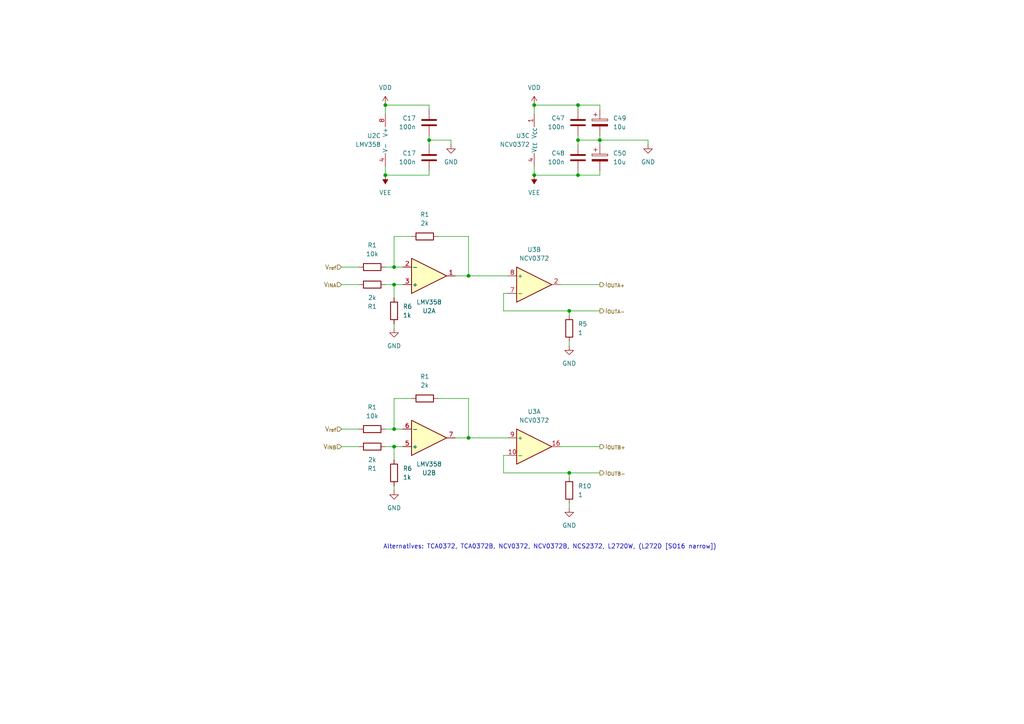
<source format=kicad_sch>
(kicad_sch (version 20230121) (generator eeschema)
  (paper "A4")
  (title_block (title "Voltage-to-Current (V-I) Converter") (date "2023-06-29") (rev "1") (company "ETH Zürich") (comment 1 "Maximilian Stabel"))
  (lib_symbols
    (symbol "32-channel_current_source:TCA0372" (pin_names (offset 0.127))
      (property "Reference" "U" (at 0 5.08 0))
      (property "Value" "TCA0372" (at 0 -5.08 0))
      (symbol "TCA0372_1_1"
        (polyline (pts (xy -5.08 5.08) (xy 5.08 0) (xy -5.08 -5.08) (xy -5.08 5.08)) (stroke (width 0.254)) (fill (type background)))
        (pin input line (at -7.62 -2.54 0) (length 2.54) (name "-") (number "10"))
        (pin output line (at 7.62 0 180) (length 2.54) (name "~") (number "16"))
        (pin input line (at -7.62 2.54 0) (length 2.54) (name "+") (number "9"))
      )
      (symbol "TCA0372_2_1"
        (polyline (pts (xy -5.08 5.08) (xy 5.08 0) (xy -5.08 -5.08) (xy -5.08 5.08)) (stroke (width 0.254)) (fill (type background)))
        (pin output line (at 7.62 0 180) (length 2.54) (name "~") (number "2"))
        (pin input line (at -7.62 -2.54 0) (length 2.54) (name "-") (number "7"))
        (pin input line (at -7.62 2.54 0) (length 2.54) (name "+") (number "8"))
      )
      (symbol "TCA0372_3_1"
        (pin power_in line (at -2.54 7.62 270) (length 3.81) (name "V_{CC}") (number "1"))
        (pin no_connect line (at -6.35 -2.54 90) (length 2.54) hide (name "NC") (number "11"))
        (pin power_in line (at -2.54 -7.62 90) (length 3.81) hide (name "V_{EE}") (number "12"))
        (pin power_in line (at -2.54 -7.62 90) (length 3.81) hide (name "V_{EE}") (number "13"))
        (pin no_connect line (at -6.35 -2.54 90) (length 2.54) hide (name "NC") (number "14"))
        (pin no_connect line (at -6.35 -2.54 90) (length 2.54) hide (name "NC") (number "15"))
        (pin no_connect line (at -6.35 -2.54 90) (length 2.54) hide (name "NC") (number "3"))
        (pin power_in line (at -2.54 -7.62 90) (length 3.81) (name "V_{EE}") (number "4"))
        (pin power_in line (at -2.54 -7.62 90) (length 3.81) hide (name "V_{EE}") (number "5"))
        (pin no_connect line (at -6.35 -2.54 90) (length 2.54) hide (name "NC") (number "6"))
      )
    )
    (symbol "Amplifier_Operational:LMV358" (pin_names (offset 0.127))
      (property "Reference" "U" (at 0 5.08 0))
      (property "Value" "LMV358" (at 0 -5.08 0))
      (symbol "LMV358_1_1"
        (polyline (pts (xy -5.08 5.08) (xy 5.08 0) (xy -5.08 -5.08) (xy -5.08 5.08)) (stroke (width 0.254)) (fill (type background)))
        (pin output line (at 7.62 0 180) (length 2.54) (name "~") (number "1"))
        (pin input line (at -7.62 -2.54 0) (length 2.54) (name "-") (number "2"))
        (pin input line (at -7.62 2.54 0) (length 2.54) (name "+") (number "3"))
      )
      (symbol "LMV358_2_1"
        (polyline (pts (xy -5.08 5.08) (xy 5.08 0) (xy -5.08 -5.08) (xy -5.08 5.08)) (stroke (width 0.254)) (fill (type background)))
        (pin input line (at -7.62 2.54 0) (length 2.54) (name "+") (number "5"))
        (pin input line (at -7.62 -2.54 0) (length 2.54) (name "-") (number "6"))
        (pin output line (at 7.62 0 180) (length 2.54) (name "~") (number "7"))
      )
      (symbol "LMV358_3_1"
        (pin power_in line (at -2.54 -7.62 90) (length 3.81) (name "V-") (number "4"))
        (pin power_in line (at -2.54 7.62 270) (length 3.81) (name "V+") (number "8"))
      )
    )
    (symbol "Device:C" (pin_numbers hide) (pin_names (offset 0.254))
      (property "Reference" "C" (at 0.635 2.54 0))
      (property "Value" "C" (at 0.635 -2.54 0))
      (symbol "C_0_1"
        (polyline (pts (xy -2.032 -0.762) (xy 2.032 -0.762)) (stroke (width 0.508)))
        (polyline (pts (xy -2.032 0.762) (xy 2.032 0.762)) (stroke (width 0.508)))
      )
      (symbol "C_1_1"
        (pin passive line (at 0 3.81 270) (length 2.794) (name "~") (number "1"))
        (pin passive line (at 0 -3.81 90) (length 2.794) (name "~") (number "2"))
      )
    )
    (symbol "Device:C_Polarized" (pin_numbers hide) (pin_names (offset 0.254))
      (property "Reference" "C" (at 0.635 2.54 0))
      (property "Value" "C_Polarized" (at 0.635 -2.54 0))
      (symbol "C_Polarized_0_1"
        (rectangle (start -2.286 0.508) (end 2.286 1.016))
        (polyline (pts (xy -1.778 2.286) (xy -0.762 2.286)))
        (polyline (pts (xy -1.27 2.794) (xy -1.27 1.778)))
        (rectangle (start 2.286 -0.508) (end -2.286 -1.016) (fill (type outline)))
      )
      (symbol "C_Polarized_1_1"
        (pin passive line (at 0 3.81 270) (length 2.794) (name "~") (number "1"))
        (pin passive line (at 0 -3.81 90) (length 2.794) (name "~") (number "2"))
      )
    )
    (symbol "Device:R" (pin_numbers hide) (pin_names (offset 0))
      (property "Reference" "R" (at 2.032 0 90))
      (property "Value" "R" (at 0 0 90))
      (symbol "R_0_1"
        (rectangle (start -1.016 -2.54) (end 1.016 2.54) (stroke (width 0.254)))
      )
      (symbol "R_1_1"
        (pin passive line (at 0 3.81 270) (length 1.27) (name "~") (number "1"))
        (pin passive line (at 0 -3.81 90) (length 1.27) (name "~") (number "2"))
      )
    )
    (symbol "power:GND" (power) (pin_names (offset 0))
      (property "Value" "GND" (at 0 -3.81 0))
      (symbol "GND_0_1"
        (polyline (pts (xy 0 0) (xy 0 -1.27) (xy 1.27 -1.27) (xy 0 -2.54) (xy -1.27 -1.27) (xy 0 -1.27)))
      )
      (symbol "GND_1_1"
        (pin power_in line (at 0 0 270) (length 0) hide (name "GND") (number "1"))
      )
    )
    (symbol "power:VDD" (power) (pin_names (offset 0))
      (property "Value" "VDD" (at 0 3.81 0))
      (symbol "VDD_0_1"
        (polyline (pts (xy -0.762 1.27) (xy 0 2.54)))
        (polyline (pts (xy 0 0) (xy 0 2.54)))
        (polyline (pts (xy 0 2.54) (xy 0.762 1.27)))
      )
      (symbol "VDD_1_1"
        (pin power_in line (at 0 0 90) (length 0) hide (name "VDD") (number "1"))
      )
    )
    (symbol "power:VEE" (power) (pin_names (offset 0))
      (property "Value" "VEE" (at 0 3.81 0))
      (symbol "VEE_0_1"
        (polyline (pts (xy 0 0) (xy 0 2.54)))
        (polyline (pts (xy 0.762 1.27) (xy -0.762 1.27) (xy 0 2.54) (xy 0.762 1.27)) (fill (type outline)))
      )
      (symbol "VEE_1_1"
        (pin power_in line (at 0 0 90) (length 0) hide (name "VEE") (number "1"))
      )
    )
  )
  (junction (at 167.64 40.64))
  (junction (at 111.76 30.48))
  (junction (at 114.3 124.46))
  (junction (at 114.3 82.55))
  (junction (at 135.89 80.01))
  (junction (at 165.1 137.16))
  (junction (at 167.64 30.48))
  (junction (at 124.46 40.64))
  (junction (at 165.1 90.17))
  (junction (at 167.64 50.8))
  (junction (at 154.94 50.8))
  (junction (at 111.76 50.8))
  (junction (at 135.89 127))
  (junction (at 114.3 129.54))
  (junction (at 114.3 77.47))
  (junction (at 173.99 40.64))
  (junction (at 154.94 30.48))
  (wire (pts (xy 114.3 115.57) (xy 119.38 115.57)))
  (wire (pts (xy 147.32 85.09) (xy 146.05 85.09)))
  (wire (pts (xy 167.64 30.48) (xy 167.64 31.75)))
  (wire (pts (xy 114.3 129.54) (xy 114.3 133.35)))
  (wire (pts (xy 165.1 137.16) (xy 173.99 137.16)))
  (wire (pts (xy 173.99 40.64) (xy 187.96 40.64)))
  (wire (pts (xy 162.56 82.55) (xy 173.99 82.55)))
  (wire (pts (xy 124.46 30.48) (xy 124.46 31.75)))
  (wire (pts (xy 167.64 49.53) (xy 167.64 50.8)))
  (wire (pts (xy 162.56 129.54) (xy 173.99 129.54)))
  (wire (pts (xy 173.99 30.48) (xy 173.99 31.75)))
  (wire (pts (xy 111.76 30.48) (xy 124.46 30.48)))
  (wire (pts (xy 173.99 39.37) (xy 173.99 40.64)))
  (wire (pts (xy 99.06 129.54) (xy 104.14 129.54)))
  (wire (pts (xy 154.94 30.48) (xy 154.94 33.02)))
  (wire (pts (xy 167.64 40.64) (xy 173.99 40.64)))
  (wire (pts (xy 111.76 82.55) (xy 114.3 82.55)))
  (wire (pts (xy 114.3 77.47) (xy 116.84 77.47)))
  (wire (pts (xy 114.3 68.58) (xy 114.3 77.47)))
  (wire (pts (xy 124.46 40.64) (xy 124.46 41.91)))
  (wire (pts (xy 135.89 115.57) (xy 135.89 127)))
  (wire (pts (xy 114.3 82.55) (xy 116.84 82.55)))
  (wire (pts (xy 114.3 129.54) (xy 116.84 129.54)))
  (wire (pts (xy 146.05 137.16) (xy 146.05 132.08)))
  (wire (pts (xy 99.06 77.47) (xy 104.14 77.47)))
  (wire (pts (xy 114.3 124.46) (xy 116.84 124.46)))
  (wire (pts (xy 165.1 90.17) (xy 173.99 90.17)))
  (wire (pts (xy 114.3 140.97) (xy 114.3 142.24)))
  (wire (pts (xy 167.64 50.8) (xy 154.94 50.8)))
  (wire (pts (xy 135.89 127) (xy 147.32 127)))
  (wire (pts (xy 165.1 99.06) (xy 165.1 100.33)))
  (wire (pts (xy 146.05 90.17) (xy 165.1 90.17)))
  (wire (pts (xy 165.1 137.16) (xy 165.1 138.43)))
  (wire (pts (xy 111.76 124.46) (xy 114.3 124.46)))
  (wire (pts (xy 167.64 50.8) (xy 173.99 50.8)))
  (wire (pts (xy 167.64 40.64) (xy 167.64 41.91)))
  (wire (pts (xy 124.46 50.8) (xy 111.76 50.8)))
  (wire (pts (xy 154.94 48.26) (xy 154.94 50.8)))
  (wire (pts (xy 135.89 127) (xy 132.08 127)))
  (wire (pts (xy 146.05 137.16) (xy 165.1 137.16)))
  (wire (pts (xy 173.99 40.64) (xy 173.99 41.91)))
  (wire (pts (xy 165.1 146.05) (xy 165.1 147.32)))
  (wire (pts (xy 135.89 80.01) (xy 147.32 80.01)))
  (wire (pts (xy 99.06 82.55) (xy 104.14 82.55)))
  (wire (pts (xy 111.76 50.8) (xy 111.76 48.26)))
  (wire (pts (xy 124.46 40.64) (xy 130.81 40.64)))
  (wire (pts (xy 99.06 124.46) (xy 104.14 124.46)))
  (wire (pts (xy 111.76 77.47) (xy 114.3 77.47)))
  (wire (pts (xy 111.76 129.54) (xy 114.3 129.54)))
  (wire (pts (xy 165.1 90.17) (xy 165.1 91.44)))
  (wire (pts (xy 114.3 115.57) (xy 114.3 124.46)))
  (wire (pts (xy 146.05 85.09) (xy 146.05 90.17)))
  (wire (pts (xy 119.38 68.58) (xy 114.3 68.58)))
  (wire (pts (xy 124.46 49.53) (xy 124.46 50.8)))
  (wire (pts (xy 146.05 132.08) (xy 147.32 132.08)))
  (wire (pts (xy 167.64 30.48) (xy 173.99 30.48)))
  (wire (pts (xy 135.89 80.01) (xy 132.08 80.01)))
  (wire (pts (xy 130.81 40.64) (xy 130.81 41.91)))
  (wire (pts (xy 114.3 82.55) (xy 114.3 86.36)))
  (wire (pts (xy 154.94 30.48) (xy 167.64 30.48)))
  (wire (pts (xy 111.76 30.48) (xy 111.76 33.02)))
  (wire (pts (xy 114.3 93.98) (xy 114.3 95.25)))
  (wire (pts (xy 167.64 39.37) (xy 167.64 40.64)))
  (wire (pts (xy 187.96 41.91) (xy 187.96 40.64)))
  (wire (pts (xy 127 115.57) (xy 135.89 115.57)))
  (wire (pts (xy 135.89 68.58) (xy 135.89 80.01)))
  (wire (pts (xy 124.46 39.37) (xy 124.46 40.64)))
  (wire (pts (xy 173.99 49.53) (xy 173.99 50.8)))
  (wire (pts (xy 127 68.58) (xy 135.89 68.58)))
  (text "Alternatives: TCA0372, TCA0372B, NCV0372, NCV0372B, NCS2372, L2720W, (L272D [SO16 narrow])" (at 111.125 159.385 0) (effects (font (size 1.27 1.27)) (justify left bottom)))
  (hierarchical_label "V_{INB}" (shape input) (at 99.06 129.54 180))
  (hierarchical_label "I_{OUTA+}" (shape output) (at 173.99 82.55 0))
  (hierarchical_label "V_{ref}" (shape input) (at 99.06 124.46 180))
  (hierarchical_label "V_{ref}" (shape input) (at 99.06 77.47 180))
  (hierarchical_label "I_{OUTB+}" (shape output) (at 173.99 129.54 0))
  (hierarchical_label "I_{OUTB-}" (shape output) (at 173.99 137.16 0))
  (hierarchical_label "V_{INA}" (shape input) (at 99.06 82.55 180))
  (hierarchical_label "I_{OUTA-}" (shape output) (at 173.99 90.17 0))
  (symbol (lib_id "power:GND") (at 187.96 41.91 0) (unit 1)
    (property "Reference" "#PWR02" (effects hide))
    (property "Value" "GND" (at 187.96 46.99 0))
    (instances (project "32-channel_current_source" (path "" (reference "#PWR02") (unit 1)) (path "" (reference "#PWR0179") (unit 1)) (path "" (reference "#PWR0209") (unit 1)) (path "" (reference "#PWR0199") (unit 1)) (path "" (reference "#PWR0189") (unit 1)) (path "" (reference "#PWR0128") (unit 1)) (path "" (reference "#PWR0158") (unit 1)) (path "" (reference "#PWR0148") (unit 1)) (path "" (reference "#PWR0138") (unit 1)) (path "" (reference "#PWR097") (unit 1)) (path "" (reference "#PWR026") (unit 1)) (path "" (reference "#PWR056") (unit 1)) (path "" (reference "#PWR046") (unit 1)) (path "" (reference "#PWR036") (unit 1)) (path "" (reference "#PWR087") (unit 1)) (path "" (reference "#PWR077") (unit 1)) (path "" (reference "#PWR0107") (unit 1))))
  )
  (symbol (lib_id "Amplifier_Operational:LMV358") (at 109.22 40.64 0) (mirror y) (unit 3)
    (property "Reference" "U2" (at 110.49 39.37 0) (effects (justify left)))
    (property "Value" "LMV358" (at 110.49 41.91 0) (effects (justify left)))
    (property "Footprint" "Package_SO:SOIC-8_3.9x4.9mm_P1.27mm" (effects hide))
    (property "Datasheet" "http://www.ti.com/lit/ds/symlink/lmv324.pdf" (effects hide))
    (instances (project "32-channel_current_source" (path "" (reference "U2") (unit 3)) (path "" (reference "U4") (unit 3)) (path "" (reference "U8") (unit 3)) (path "" (reference "U6") (unit 3)) (path "" (reference "U11") (unit 3)) (path "" (reference "U13") (unit 3)) (path "" (reference "U15") (unit 3)) (path "" (reference "U17") (unit 3)) (path "" (reference "U20") (unit 3)) (path "" (reference "U22") (unit 3)) (path "" (reference "U24") (unit 3)) (path "" (reference "U26") (unit 3)) (path "" (reference "U29") (unit 3)) (path "" (reference "U31") (unit 3)) (path "" (reference "U33") (unit 3)) (path "" (reference "U35") (unit 3))))
  )
  (symbol (lib_id "Device:R") (at 107.95 124.46 90) (unit 1)
    (property "Reference" "R1" (at 107.95 118.11 90))
    (property "Value" "10k" (at 107.95 120.65 90))
    (property "Footprint" "Resistor_SMD:R_0805_2012Metric_Pad1.20x1.40mm_HandSolder" (effects hide))
    (property "Datasheet" "https://www.mouser.ch/datasheet/2/447/PYu_RT_1_to_0_01_RoHS_L_12-3003070.pdf" (effects hide))
    (property "MPN" "RT0805FRE1310KL" (effects hide))
    (property "Mouser" "603-RT0805FRE1310KL" (effects hide))
    (instances (project "32-channel_current_source" (path "" (reference "R1") (unit 1)) (path "" (reference "R123") (unit 1)) (path "" (reference "R153") (unit 1)) (path "" (reference "R143") (unit 1)) (path "" (reference "R133") (unit 1)) (path "" (reference "R83") (unit 1)) (path "" (reference "R113") (unit 1)) (path "" (reference "R103") (unit 1)) (path "" (reference "R93") (unit 1)) (path "" (reference "R63") (unit 1)) (path "" (reference "R3") (unit 1)) (path "" (reference "R33") (unit 1)) (path "" (reference "R23") (unit 1)) (path "" (reference "R13") (unit 1)) (path "" (reference "R53") (unit 1)) (path "" (reference "R43") (unit 1)) (path "" (reference "R73") (unit 1))))
  )
  (symbol (lib_id "power:GND") (at 165.1 100.33 0) (unit 1)
    (property "Reference" "#PWR02" (effects hide))
    (property "Value" "GND" (at 165.1 105.41 0))
    (instances (project "32-channel_current_source" (path "" (reference "#PWR02") (unit 1)) (path "" (reference "#PWR0177") (unit 1)) (path "" (reference "#PWR0207") (unit 1)) (path "" (reference "#PWR0197") (unit 1)) (path "" (reference "#PWR0187") (unit 1)) (path "" (reference "#PWR0126") (unit 1)) (path "" (reference "#PWR0156") (unit 1)) (path "" (reference "#PWR0146") (unit 1)) (path "" (reference "#PWR0136") (unit 1)) (path "" (reference "#PWR095") (unit 1)) (path "" (reference "#PWR024") (unit 1)) (path "" (reference "#PWR054") (unit 1)) (path "" (reference "#PWR044") (unit 1)) (path "" (reference "#PWR034") (unit 1)) (path "" (reference "#PWR085") (unit 1)) (path "" (reference "#PWR075") (unit 1)) (path "" (reference "#PWR0105") (unit 1))))
  )
  (symbol (lib_id "power:GND") (at 130.81 41.91 0) (unit 1)
    (property "Reference" "#PWR02" (effects hide))
    (property "Value" "GND" (at 130.81 46.99 0))
    (instances (project "32-channel_current_source" (path "" (reference "#PWR02") (unit 1)) (path "" (reference "#PWR0174") (unit 1)) (path "" (reference "#PWR0204") (unit 1)) (path "" (reference "#PWR0194") (unit 1)) (path "" (reference "#PWR0184") (unit 1)) (path "" (reference "#PWR0123") (unit 1)) (path "" (reference "#PWR0153") (unit 1)) (path "" (reference "#PWR0143") (unit 1)) (path "" (reference "#PWR0133") (unit 1)) (path "" (reference "#PWR092") (unit 1)) (path "" (reference "#PWR021") (unit 1)) (path "" (reference "#PWR051") (unit 1)) (path "" (reference "#PWR041") (unit 1)) (path "" (reference "#PWR031") (unit 1)) (path "" (reference "#PWR082") (unit 1)) (path "" (reference "#PWR072") (unit 1)) (path "" (reference "#PWR0102") (unit 1))))
  )
  (symbol (lib_id "32-channel_current_source:TCA0372") (at 154.94 82.55 0) (unit 2)
    (property "Reference" "U3" (at 154.94 72.39 0))
    (property "Value" "NCV0372" (at 154.94 74.93 0))
    (property "Footprint" "32-channel_current_source:SOIC-16W_7.5x10.3mm_P1.27mm_ThermalVias" (effects hide))
    (property "Datasheet" "https://www.onsemi.com/pdf/datasheet/tca0372-d.pdf" (effects hide))
    (property "MPN" "NCV0372BDWR2G" (effects hide))
    (property "Mouser" "863-NCV0372BDWR2G" (effects hide))
    (instances (project "32-channel_current_source" (path "" (reference "U3") (unit 2)) (path "" (reference "U5") (unit 2)) (path "" (reference "U9") (unit 2)) (path "" (reference "U7") (unit 2)) (path "" (reference "U12") (unit 2)) (path "" (reference "U14") (unit 2)) (path "" (reference "U16") (unit 2)) (path "" (reference "U18") (unit 2)) (path "" (reference "U21") (unit 2)) (path "" (reference "U23") (unit 2)) (path "" (reference "U25") (unit 2)) (path "" (reference "U27") (unit 2)) (path "" (reference "U30") (unit 2)) (path "" (reference "U32") (unit 2)) (path "" (reference "U34") (unit 2)) (path "" (reference "U36") (unit 2))))
  )
  (symbol (lib_id "Device:R") (at 123.19 68.58 90) (unit 1)
    (property "Reference" "R1" (at 123.19 62.23 90))
    (property "Value" "2k" (at 123.19 64.77 90))
    (property "Footprint" "Resistor_SMD:R_0805_2012Metric_Pad1.20x1.40mm_HandSolder" (effects hide))
    (instances (project "32-channel_current_source" (path "" (reference "R1") (unit 1)) (path "" (reference "R127") (unit 1)) (path "" (reference "R157") (unit 1)) (path "" (reference "R147") (unit 1)) (path "" (reference "R137") (unit 1)) (path "" (reference "R87") (unit 1)) (path "" (reference "R117") (unit 1)) (path "" (reference "R107") (unit 1)) (path "" (reference "R97") (unit 1)) (path "" (reference "R67") (unit 1)) (path "" (reference "R7") (unit 1)) (path "" (reference "R37") (unit 1)) (path "" (reference "R27") (unit 1)) (path "" (reference "R17") (unit 1)) (path "" (reference "R57") (unit 1)) (path "" (reference "R47") (unit 1)) (path "" (reference "R77") (unit 1))))
  )
  (symbol (lib_id "Device:R") (at 165.1 142.24 0) (unit 1)
    (property "Reference" "R10" (at 167.64 140.97 0) (effects (justify left)))
    (property "Value" "1" (at 167.64 143.51 0) (effects (justify left)))
    (property "Footprint" "Resistor_SMD:R_0805_2012Metric_Pad1.20x1.40mm_HandSolder" (effects hide))
    (property "Datasheet" "https://www.mouser.ch/datasheet/2/315/AOA0000C313-1141758.pdf" (effects hide))
    (property "MPN" "ERJ-6DQF1R0V " (effects hide))
    (property "Mouser" "667-ERJ-6DQF1R0V " (effects hide))
    (instances (project "32-channel_current_source" (path "" (reference "R10") (unit 1)) (path "" (reference "R130") (unit 1)) (path "" (reference "R160") (unit 1)) (path "" (reference "R150") (unit 1)) (path "" (reference "R140") (unit 1)) (path "" (reference "R90") (unit 1)) (path "" (reference "R120") (unit 1)) (path "" (reference "R110") (unit 1)) (path "" (reference "R100") (unit 1)) (path "" (reference "R70") (unit 1)) (path "" (reference "R10") (unit 1)) (path "" (reference "R40") (unit 1)) (path "" (reference "R30") (unit 1)) (path "" (reference "R20") (unit 1)) (path "" (reference "R60") (unit 1)) (path "" (reference "R50") (unit 1)) (path "" (reference "R80") (unit 1))))
  )
  (symbol (lib_id "32-channel_current_source:TCA0372") (at 152.4 40.64 0) (mirror y) (unit 3)
    (property "Reference" "U3" (at 153.67 39.37 0) (effects (justify left)))
    (property "Value" "NCV0372" (at 153.67 41.91 0) (effects (justify left)))
    (property "Footprint" "32-channel_current_source:SOIC-16W_7.5x10.3mm_P1.27mm_ThermalVias" (effects hide))
    (property "Datasheet" "https://www.onsemi.com/pdf/datasheet/tca0372-d.pdf" (effects hide))
    (property "MPN" "NCV0372BDWR2G" (effects hide))
    (property "Mouser" "863-NCV0372BDWR2G" (effects hide))
    (instances (project "32-channel_current_source" (path "" (reference "U3") (unit 3)) (path "" (reference "U5") (unit 3)) (path "" (reference "U9") (unit 3)) (path "" (reference "U7") (unit 3)) (path "" (reference "U12") (unit 3)) (path "" (reference "U14") (unit 3)) (path "" (reference "U16") (unit 3)) (path "" (reference "U18") (unit 3)) (path "" (reference "U21") (unit 3)) (path "" (reference "U23") (unit 3)) (path "" (reference "U25") (unit 3)) (path "" (reference "U27") (unit 3)) (path "" (reference "U30") (unit 3)) (path "" (reference "U32") (unit 3)) (path "" (reference "U34") (unit 3)) (path "" (reference "U36") (unit 3))))
  )
  (symbol (lib_id "Device:C") (at 124.46 45.72 0) (mirror y) (unit 1)
    (property "Reference" "C17" (at 120.65 44.45 0) (effects (justify left)))
    (property "Value" "100n" (at 120.65 46.99 0) (effects (justify left)))
    (property "Footprint" "Capacitor_SMD:C_0805_2012Metric_Pad1.18x1.45mm_HandSolder" (effects hide))
    (property "Datasheet" "https://www.mouser.ch/datasheet/2/40/cx5r-2835979.pdf" (effects hide))
    (property "MPN" "0805ZD104KAT2A" (effects hide))
    (property "Mouser" "581-0805ZD104KAT2A" (effects hide))
    (property "Notes" "ceramic, low ESR, low ESI" (effects hide))
    (instances (project "32-channel_current_source" (path "" (reference "C17") (unit 1)) (path "" (reference "C108") (unit 1)) (path "" (reference "C102") (unit 1)) (path "" (reference "C96") (unit 1)) (path "" (reference "C90") (unit 1)) (path "" (reference "C80") (unit 1)) (path "" (reference "C74") (unit 1)) (path "" (reference "C68") (unit 1)) (path "" (reference "C62") (unit 1)) (path "" (reference "C52") (unit 1)) (path "" (reference "C40") (unit 1)) (path "" (reference "C46") (unit 1)) (path "" (reference "C34") (unit 1)) (path "" (reference "C18") (unit 1)) (path "" (reference "C24") (unit 1)) (path "" (reference "C12") (unit 1)) (path "" (reference "C6") (unit 1)) (path "" (reference "C56") (unit 1)) (path "" (reference "C38") (unit 1)) (path "" (reference "C2") (unit 1)) (path "" (reference "C20") (unit 1))))
  )
  (symbol (lib_id "Device:R") (at 114.3 137.16 0) (unit 1)
    (property "Reference" "R6" (at 116.84 135.89 0) (effects (justify left)))
    (property "Value" "1k" (at 116.84 138.43 0) (effects (justify left)))
    (property "Footprint" "Resistor_SMD:R_0805_2012Metric_Pad1.20x1.40mm_HandSolder" (effects hide))
    (instances (project "32-channel_current_source" (path "" (reference "R6") (unit 1)) (path "" (reference "R126") (unit 1)) (path "" (reference "R156") (unit 1)) (path "" (reference "R146") (unit 1)) (path "" (reference "R136") (unit 1)) (path "" (reference "R86") (unit 1)) (path "" (reference "R116") (unit 1)) (path "" (reference "R106") (unit 1)) (path "" (reference "R96") (unit 1)) (path "" (reference "R66") (unit 1)) (path "" (reference "R6") (unit 1)) (path "" (reference "R36") (unit 1)) (path "" (reference "R26") (unit 1)) (path "" (reference "R16") (unit 1)) (path "" (reference "R56") (unit 1)) (path "" (reference "R46") (unit 1)) (path "" (reference "R76") (unit 1))))
  )
  (symbol (lib_id "Amplifier_Operational:LMV358") (at 124.46 80.01 0) (mirror x) (unit 1)
    (property "Reference" "U2" (at 124.46 90.17 0))
    (property "Value" "LMV358" (at 124.46 87.63 0))
    (property "Footprint" "Package_SO:SOIC-8_3.9x4.9mm_P1.27mm" (effects hide))
    (property "Datasheet" "http://www.ti.com/lit/ds/symlink/lmv324.pdf" (effects hide))
    (instances (project "32-channel_current_source" (path "" (reference "U2") (unit 1)) (path "" (reference "U4") (unit 1)) (path "" (reference "U8") (unit 1)) (path "" (reference "U6") (unit 1)) (path "" (reference "U11") (unit 1)) (path "" (reference "U13") (unit 1)) (path "" (reference "U15") (unit 1)) (path "" (reference "U17") (unit 1)) (path "" (reference "U20") (unit 1)) (path "" (reference "U22") (unit 1)) (path "" (reference "U24") (unit 1)) (path "" (reference "U26") (unit 1)) (path "" (reference "U29") (unit 1)) (path "" (reference "U31") (unit 1)) (path "" (reference "U33") (unit 1)) (path "" (reference "U35") (unit 1))))
  )
  (symbol (lib_id "Device:R") (at 114.3 90.17 0) (unit 1)
    (property "Reference" "R6" (at 116.84 88.9 0) (effects (justify left)))
    (property "Value" "1k" (at 116.84 91.44 0) (effects (justify left)))
    (property "Footprint" "Resistor_SMD:R_0805_2012Metric_Pad1.20x1.40mm_HandSolder" (effects hide))
    (instances (project "32-channel_current_source" (path "" (reference "R6") (unit 1)) (path "" (reference "R125") (unit 1)) (path "" (reference "R155") (unit 1)) (path "" (reference "R145") (unit 1)) (path "" (reference "R135") (unit 1)) (path "" (reference "R85") (unit 1)) (path "" (reference "R115") (unit 1)) (path "" (reference "R105") (unit 1)) (path "" (reference "R95") (unit 1)) (path "" (reference "R65") (unit 1)) (path "" (reference "R5") (unit 1)) (path "" (reference "R35") (unit 1)) (path "" (reference "R25") (unit 1)) (path "" (reference "R15") (unit 1)) (path "" (reference "R55") (unit 1)) (path "" (reference "R45") (unit 1)) (path "" (reference "R75") (unit 1))))
  )
  (symbol (lib_id "power:GND") (at 114.3 142.24 0) (unit 1)
    (property "Reference" "#PWR02" (effects hide))
    (property "Value" "GND" (at 114.3 147.32 0))
    (instances (project "32-channel_current_source" (path "" (reference "#PWR02") (unit 1)) (path "" (reference "#PWR0173") (unit 1)) (path "" (reference "#PWR0203") (unit 1)) (path "" (reference "#PWR0193") (unit 1)) (path "" (reference "#PWR0183") (unit 1)) (path "" (reference "#PWR0122") (unit 1)) (path "" (reference "#PWR0152") (unit 1)) (path "" (reference "#PWR0142") (unit 1)) (path "" (reference "#PWR0132") (unit 1)) (path "" (reference "#PWR091") (unit 1)) (path "" (reference "#PWR020") (unit 1)) (path "" (reference "#PWR050") (unit 1)) (path "" (reference "#PWR040") (unit 1)) (path "" (reference "#PWR030") (unit 1)) (path "" (reference "#PWR081") (unit 1)) (path "" (reference "#PWR071") (unit 1)) (path "" (reference "#PWR0101") (unit 1))))
  )
  (symbol (lib_id "Device:C_Polarized") (at 173.99 45.72 0) (unit 1)
    (property "Reference" "C50" (at 177.8 44.45 0) (effects (justify left)))
    (property "Value" "10u" (at 177.8 46.99 0) (effects (justify left)))
    (property "Footprint" "Capacitor_Tantalum_SMD:CP_EIA-2012-15_AVX-P_Pad1.30x1.05mm_HandSolder" (effects hide))
    (property "Datasheet" "https://www.vishay.com/doc?40179" (effects hide))
    (property "MPN" "TMCP1A106KTRF" (effects hide))
    (property "Mouser" "74-TMCP1A106KTRF" (effects hide))
    (property "Notes" "Tantalum Bead" (effects hide))
    (instances (project "32-channel_current_source" (path "" (reference "C50") (unit 1)) (path "" (reference "C19") (unit 1)) (path "" (reference "C1") (unit 1)) (path "" (reference "C37") (unit 1)) (path "" (reference "C55") (unit 1)) (path "" (reference "C10") (unit 1)) (path "" (reference "C16") (unit 1)) (path "" (reference "C28") (unit 1)) (path "" (reference "C22") (unit 1)) (path "" (reference "C38") (unit 1)) (path "" (reference "C18") (unit 1)) (path "" (reference "C44") (unit 1)) (path "" (reference "C56") (unit 1)) (path "" (reference "C66") (unit 1)) (path "" (reference "C72") (unit 1)) (path "" (reference "C78") (unit 1)) (path "" (reference "C84") (unit 1)) (path "" (reference "C94") (unit 1)) (path "" (reference "C100") (unit 1)) (path "" (reference "C106") (unit 1)) (path "" (reference "C112") (unit 1))))
  )
  (symbol (lib_id "Device:R") (at 165.1 95.25 0) (unit 1)
    (property "Reference" "R5" (at 167.64 93.98 0) (effects (justify left)))
    (property "Value" "1" (at 167.64 96.52 0) (effects (justify left)))
    (property "Footprint" "Resistor_SMD:R_0805_2012Metric_Pad1.20x1.40mm_HandSolder" (effects hide))
    (property "Datasheet" "https://www.mouser.ch/datasheet/2/315/AOA0000C313-1141758.pdf" (effects hide))
    (property "MPN" "ERJ-6DQF1R0V " (effects hide))
    (property "Mouser" "667-ERJ-6DQF1R0V " (effects hide))
    (instances (project "32-channel_current_source" (path "" (reference "R5") (unit 1)) (path "" (reference "R129") (unit 1)) (path "" (reference "R159") (unit 1)) (path "" (reference "R149") (unit 1)) (path "" (reference "R139") (unit 1)) (path "" (reference "R89") (unit 1)) (path "" (reference "R119") (unit 1)) (path "" (reference "R109") (unit 1)) (path "" (reference "R99") (unit 1)) (path "" (reference "R69") (unit 1)) (path "" (reference "R9") (unit 1)) (path "" (reference "R39") (unit 1)) (path "" (reference "R29") (unit 1)) (path "" (reference "R19") (unit 1)) (path "" (reference "R59") (unit 1)) (path "" (reference "R49") (unit 1)) (path "" (reference "R79") (unit 1))))
  )
  (symbol (lib_id "Device:C") (at 167.64 45.72 0) (mirror y) (unit 1)
    (property "Reference" "C48" (at 163.83 44.45 0) (effects (justify left)))
    (property "Value" "100n" (at 163.83 46.99 0) (effects (justify left)))
    (property "Footprint" "Capacitor_SMD:C_0805_2012Metric_Pad1.18x1.45mm_HandSolder" (effects hide))
    (property "Datasheet" "https://www.mouser.ch/datasheet/2/40/cx5r-2835979.pdf" (effects hide))
    (property "MPN" "0805ZD104KAT2A" (effects hide))
    (property "Mouser" "581-0805ZD104KAT2A" (effects hide))
    (property "Notes" "ceramic, low ESR, low ESI" (effects hide))
    (instances (project "32-channel_current_source" (path "" (reference "C48") (unit 1)) (path "" (reference "C20") (unit 1)) (path "" (reference "C2") (unit 1)) (path "" (reference "C38") (unit 1)) (path "" (reference "C56") (unit 1)) (path "" (reference "C8") (unit 1)) (path "" (reference "C14") (unit 1)) (path "" (reference "C26") (unit 1)) (path "" (reference "C20") (unit 1)) (path "" (reference "C36") (unit 1)) (path "" (reference "C17") (unit 1)) (path "" (reference "C42") (unit 1)) (path "" (reference "C54") (unit 1)) (path "" (reference "C64") (unit 1)) (path "" (reference "C70") (unit 1)) (path "" (reference "C76") (unit 1)) (path "" (reference "C82") (unit 1)) (path "" (reference "C92") (unit 1)) (path "" (reference "C98") (unit 1)) (path "" (reference "C104") (unit 1)) (path "" (reference "C110") (unit 1))))
  )
  (symbol (lib_id "power:VEE") (at 154.94 50.8 180) (unit 1)
    (property "Reference" "#PWR0125" (effects hide))
    (property "Value" "VEE" (at 154.94 55.88 0))
    (instances (project "32-channel_current_source" (path "" (reference "#PWR0125") (unit 1)) (path "" (reference "#PWR0206") (unit 1)) (path "" (reference "#PWR0196") (unit 1)) (path "" (reference "#PWR0186") (unit 1)) (path "" (reference "#PWR0176") (unit 1)) (path "" (reference "#PWR0155") (unit 1)) (path "" (reference "#PWR0145") (unit 1)) (path "" (reference "#PWR0135") (unit 1)) (path "" (reference "#PWR0177") (unit 1)) (path "" (reference "#PWR0104") (unit 1)) (path "" (reference "#PWR094") (unit 1)) (path "" (reference "#PWR084") (unit 1)) (path "" (reference "#PWR074") (unit 1)) (path "" (reference "#PWR043") (unit 1)) (path "" (reference "#PWR053") (unit 1)) (path "" (reference "#PWR033") (unit 1)) (path "" (reference "#PWR023") (unit 1))))
  )
  (symbol (lib_id "power:VEE") (at 111.76 50.8 180) (unit 1)
    (property "Reference" "#PWR0120" (effects hide))
    (property "Value" "VEE" (at 111.76 55.88 0))
    (instances (project "32-channel_current_source" (path "" (reference "#PWR0120") (unit 1)) (path "" (reference "#PWR0201") (unit 1)) (path "" (reference "#PWR0191") (unit 1)) (path "" (reference "#PWR0181") (unit 1)) (path "" (reference "#PWR0171") (unit 1)) (path "" (reference "#PWR0150") (unit 1)) (path "" (reference "#PWR0140") (unit 1)) (path "" (reference "#PWR0130") (unit 1)) (path "" (reference "#PWR0177") (unit 1)) (path "" (reference "#PWR099") (unit 1)) (path "" (reference "#PWR089") (unit 1)) (path "" (reference "#PWR079") (unit 1)) (path "" (reference "#PWR069") (unit 1)) (path "" (reference "#PWR038") (unit 1)) (path "" (reference "#PWR048") (unit 1)) (path "" (reference "#PWR028") (unit 1)) (path "" (reference "#PWR018") (unit 1))))
  )
  (symbol (lib_id "Device:R") (at 107.95 77.47 90) (unit 1)
    (property "Reference" "R1" (at 107.95 71.12 90))
    (property "Value" "10k" (at 107.95 73.66 90))
    (property "Footprint" "Resistor_SMD:R_0805_2012Metric_Pad1.20x1.40mm_HandSolder" (effects hide))
    (property "Datasheet" "https://www.mouser.ch/datasheet/2/447/PYu_RT_1_to_0_01_RoHS_L_12-3003070.pdf" (effects hide))
    (property "MPN" "RT0805FRE1310KL" (effects hide))
    (property "Mouser" "603-RT0805FRE1310KL" (effects hide))
    (instances (project "32-channel_current_source" (path "" (reference "R1") (unit 1)) (path "" (reference "R121") (unit 1)) (path "" (reference "R151") (unit 1)) (path "" (reference "R141") (unit 1)) (path "" (reference "R131") (unit 1)) (path "" (reference "R81") (unit 1)) (path "" (reference "R111") (unit 1)) (path "" (reference "R101") (unit 1)) (path "" (reference "R91") (unit 1)) (path "" (reference "R61") (unit 1)) (path "" (reference "R1") (unit 1)) (path "" (reference "R31") (unit 1)) (path "" (reference "R21") (unit 1)) (path "" (reference "R11") (unit 1)) (path "" (reference "R51") (unit 1)) (path "" (reference "R41") (unit 1)) (path "" (reference "R71") (unit 1))))
  )
  (symbol (lib_id "Device:R") (at 123.19 115.57 90) (unit 1)
    (property "Reference" "R1" (at 123.19 109.22 90))
    (property "Value" "2k" (at 123.19 111.76 90))
    (property "Footprint" "Resistor_SMD:R_0805_2012Metric_Pad1.20x1.40mm_HandSolder" (effects hide))
    (instances (project "32-channel_current_source" (path "" (reference "R1") (unit 1)) (path "" (reference "R128") (unit 1)) (path "" (reference "R158") (unit 1)) (path "" (reference "R148") (unit 1)) (path "" (reference "R138") (unit 1)) (path "" (reference "R88") (unit 1)) (path "" (reference "R118") (unit 1)) (path "" (reference "R108") (unit 1)) (path "" (reference "R98") (unit 1)) (path "" (reference "R68") (unit 1)) (path "" (reference "R8") (unit 1)) (path "" (reference "R38") (unit 1)) (path "" (reference "R28") (unit 1)) (path "" (reference "R18") (unit 1)) (path "" (reference "R58") (unit 1)) (path "" (reference "R48") (unit 1)) (path "" (reference "R78") (unit 1))))
  )
  (symbol (lib_id "Device:C") (at 167.64 35.56 0) (mirror y) (unit 1)
    (property "Reference" "C47" (at 163.83 34.29 0) (effects (justify left)))
    (property "Value" "100n" (at 163.83 36.83 0) (effects (justify left)))
    (property "Footprint" "Capacitor_SMD:C_0805_2012Metric_Pad1.18x1.45mm_HandSolder" (effects hide))
    (property "Datasheet" "https://www.mouser.ch/datasheet/2/40/cx5r-2835979.pdf" (effects hide))
    (property "MPN" "0805ZD104KAT2A" (effects hide))
    (property "Mouser" "581-0805ZD104KAT2A" (effects hide))
    (property "Notes" "ceramic, low ESR, low ESI" (effects hide))
    (instances (project "32-channel_current_source" (path "" (reference "C47") (unit 1)) (path "" (reference "C20") (unit 1)) (path "" (reference "C2") (unit 1)) (path "" (reference "C38") (unit 1)) (path "" (reference "C56") (unit 1)) (path "" (reference "C7") (unit 1)) (path "" (reference "C13") (unit 1)) (path "" (reference "C25") (unit 1)) (path "" (reference "C19") (unit 1)) (path "" (reference "C35") (unit 1)) (path "" (reference "C17") (unit 1)) (path "" (reference "C41") (unit 1)) (path "" (reference "C53") (unit 1)) (path "" (reference "C63") (unit 1)) (path "" (reference "C69") (unit 1)) (path "" (reference "C75") (unit 1)) (path "" (reference "C81") (unit 1)) (path "" (reference "C91") (unit 1)) (path "" (reference "C97") (unit 1)) (path "" (reference "C103") (unit 1)) (path "" (reference "C109") (unit 1))))
  )
  (symbol (lib_id "power:VDD") (at 111.76 30.48 0) (unit 1)
    (property "Reference" "#PWR078" (effects hide))
    (property "Value" "VDD" (at 111.76 25.4 0))
    (instances (project "32-channel_current_source" (path "" (reference "#PWR078") (unit 1)) (path "" (reference "#PWR0200") (unit 1)) (path "" (reference "#PWR0190") (unit 1)) (path "" (reference "#PWR0180") (unit 1)) (path "" (reference "#PWR0170") (unit 1)) (path "" (reference "#PWR0149") (unit 1)) (path "" (reference "#PWR0139") (unit 1)) (path "" (reference "#PWR0129") (unit 1)) (path "" (reference "#PWR0119") (unit 1)) (path "" (reference "#PWR098") (unit 1)) (path "" (reference "#PWR088") (unit 1)) (path "" (reference "#PWR030") (unit 1)) (path "" (reference "#PWR068") (unit 1)) (path "" (reference "#PWR037") (unit 1)) (path "" (reference "#PWR047") (unit 1)) (path "" (reference "#PWR027") (unit 1)) (path "" (reference "#PWR017") (unit 1)) (path "" (reference "#PWR0112") (unit 1)) (path "" (reference "#PWR077") (unit 1)) (path "" (reference "#PWR07") (unit 1)) (path "" (reference "#PWR042") (unit 1))))
  )
  (symbol (lib_id "power:VDD") (at 154.94 30.48 0) (unit 1)
    (property "Reference" "#PWR083" (effects hide))
    (property "Value" "VDD" (at 154.94 25.4 0))
    (instances (project "32-channel_current_source" (path "" (reference "#PWR083") (unit 1)) (path "" (reference "#PWR0205") (unit 1)) (path "" (reference "#PWR0195") (unit 1)) (path "" (reference "#PWR0185") (unit 1)) (path "" (reference "#PWR0175") (unit 1)) (path "" (reference "#PWR0154") (unit 1)) (path "" (reference "#PWR0144") (unit 1)) (path "" (reference "#PWR0134") (unit 1)) (path "" (reference "#PWR0124") (unit 1)) (path "" (reference "#PWR0103") (unit 1)) (path "" (reference "#PWR093") (unit 1)) (path "" (reference "#PWR030") (unit 1)) (path "" (reference "#PWR073") (unit 1)) (path "" (reference "#PWR042") (unit 1)) (path "" (reference "#PWR052") (unit 1)) (path "" (reference "#PWR032") (unit 1)) (path "" (reference "#PWR022") (unit 1)) (path "" (reference "#PWR0112") (unit 1)) (path "" (reference "#PWR077") (unit 1)) (path "" (reference "#PWR07") (unit 1)) (path "" (reference "#PWR042") (unit 1))))
  )
  (symbol (lib_id "32-channel_current_source:TCA0372") (at 154.94 129.54 0) (unit 1)
    (property "Reference" "U3" (at 154.94 119.38 0))
    (property "Value" "NCV0372" (at 154.94 121.92 0))
    (property "Footprint" "32-channel_current_source:SOIC-16W_7.5x10.3mm_P1.27mm_ThermalVias" (effects hide))
    (property "Datasheet" "https://www.onsemi.com/pdf/datasheet/tca0372-d.pdf" (effects hide))
    (property "MPN" "NCV0372BDWR2G" (effects hide))
    (property "Mouser" "863-NCV0372BDWR2G" (effects hide))
    (instances (project "32-channel_current_source" (path "" (reference "U3") (unit 1)) (path "" (reference "U5") (unit 1)) (path "" (reference "U9") (unit 1)) (path "" (reference "U7") (unit 1)) (path "" (reference "U12") (unit 1)) (path "" (reference "U14") (unit 1)) (path "" (reference "U16") (unit 1)) (path "" (reference "U18") (unit 1)) (path "" (reference "U21") (unit 1)) (path "" (reference "U23") (unit 1)) (path "" (reference "U25") (unit 1)) (path "" (reference "U27") (unit 1)) (path "" (reference "U30") (unit 1)) (path "" (reference "U32") (unit 1)) (path "" (reference "U34") (unit 1)) (path "" (reference "U36") (unit 1))))
  )
  (symbol (lib_id "power:GND") (at 165.1 147.32 0) (unit 1)
    (property "Reference" "#PWR04" (effects hide))
    (property "Value" "GND" (at 165.1 152.4 0))
    (instances (project "32-channel_current_source" (path "" (reference "#PWR04") (unit 1)) (path "" (reference "#PWR0178") (unit 1)) (path "" (reference "#PWR0208") (unit 1)) (path "" (reference "#PWR0198") (unit 1)) (path "" (reference "#PWR0188") (unit 1)) (path "" (reference "#PWR0127") (unit 1)) (path "" (reference "#PWR0157") (unit 1)) (path "" (reference "#PWR0147") (unit 1)) (path "" (reference "#PWR0137") (unit 1)) (path "" (reference "#PWR096") (unit 1)) (path "" (reference "#PWR025") (unit 1)) (path "" (reference "#PWR055") (unit 1)) (path "" (reference "#PWR045") (unit 1)) (path "" (reference "#PWR035") (unit 1)) (path "" (reference "#PWR086") (unit 1)) (path "" (reference "#PWR076") (unit 1)) (path "" (reference "#PWR0106") (unit 1))))
  )
  (symbol (lib_id "Device:C_Polarized") (at 173.99 35.56 0) (unit 1)
    (property "Reference" "C49" (at 177.8 34.29 0) (effects (justify left)))
    (property "Value" "10u" (at 177.8 36.83 0) (effects (justify left)))
    (property "Footprint" "Capacitor_Tantalum_SMD:CP_EIA-2012-15_AVX-P_Pad1.30x1.05mm_HandSolder" (effects hide))
    (property "Datasheet" "https://www.vishay.com/doc?40179" (effects hide))
    (property "MPN" "TMCP1A106KTRF" (effects hide))
    (property "Mouser" "74-TMCP1A106KTRF" (effects hide))
    (property "Notes" "Tantalum Bead" (effects hide))
    (instances (project "32-channel_current_source" (path "" (reference "C49") (unit 1)) (path "" (reference "C19") (unit 1)) (path "" (reference "C1") (unit 1)) (path "" (reference "C37") (unit 1)) (path "" (reference "C55") (unit 1)) (path "" (reference "C9") (unit 1)) (path "" (reference "C15") (unit 1)) (path "" (reference "C27") (unit 1)) (path "" (reference "C21") (unit 1)) (path "" (reference "C37") (unit 1)) (path "" (reference "C18") (unit 1)) (path "" (reference "C43") (unit 1)) (path "" (reference "C55") (unit 1)) (path "" (reference "C65") (unit 1)) (path "" (reference "C71") (unit 1)) (path "" (reference "C77") (unit 1)) (path "" (reference "C83") (unit 1)) (path "" (reference "C93") (unit 1)) (path "" (reference "C99") (unit 1)) (path "" (reference "C105") (unit 1)) (path "" (reference "C111") (unit 1))))
  )
  (symbol (lib_id "Device:C") (at 124.46 35.56 0) (mirror y) (unit 1)
    (property "Reference" "C17" (at 120.65 34.29 0) (effects (justify left)))
    (property "Value" "100n" (at 120.65 36.83 0) (effects (justify left)))
    (property "Footprint" "Capacitor_SMD:C_0805_2012Metric_Pad1.18x1.45mm_HandSolder" (effects hide))
    (property "Datasheet" "https://www.mouser.ch/datasheet/2/40/cx5r-2835979.pdf" (effects hide))
    (property "MPN" "0805ZD104KAT2A" (effects hide))
    (property "Mouser" "581-0805ZD104KAT2A" (effects hide))
    (property "Notes" "ceramic, low ESR, low ESI" (effects hide))
    (instances (project "32-channel_current_source" (path "" (reference "C17") (unit 1)) (path "" (reference "C107") (unit 1)) (path "" (reference "C101") (unit 1)) (path "" (reference "C95") (unit 1)) (path "" (reference "C89") (unit 1)) (path "" (reference "C79") (unit 1)) (path "" (reference "C73") (unit 1)) (path "" (reference "C67") (unit 1)) (path "" (reference "C61") (unit 1)) (path "" (reference "C51") (unit 1)) (path "" (reference "C39") (unit 1)) (path "" (reference "C45") (unit 1)) (path "" (reference "C33") (unit 1)) (path "" (reference "C17") (unit 1)) (path "" (reference "C23") (unit 1)) (path "" (reference "C11") (unit 1)) (path "" (reference "C5") (unit 1)) (path "" (reference "C56") (unit 1)) (path "" (reference "C38") (unit 1)) (path "" (reference "C2") (unit 1)) (path "" (reference "C20") (unit 1))))
  )
  (symbol (lib_id "Amplifier_Operational:LMV358") (at 124.46 127 0) (mirror x) (unit 2)
    (property "Reference" "U2" (at 124.46 137.16 0))
    (property "Value" "LMV358" (at 124.46 134.62 0))
    (property "Footprint" "Package_SO:SOIC-8_3.9x4.9mm_P1.27mm" (effects hide))
    (property "Datasheet" "http://www.ti.com/lit/ds/symlink/lmv324.pdf" (effects hide))
    (instances (project "32-channel_current_source" (path "" (reference "U2") (unit 2)) (path "" (reference "U4") (unit 2)) (path "" (reference "U8") (unit 2)) (path "" (reference "U6") (unit 2)) (path "" (reference "U11") (unit 2)) (path "" (reference "U13") (unit 2)) (path "" (reference "U15") (unit 2)) (path "" (reference "U17") (unit 2)) (path "" (reference "U20") (unit 2)) (path "" (reference "U22") (unit 2)) (path "" (reference "U24") (unit 2)) (path "" (reference "U26") (unit 2)) (path "" (reference "U29") (unit 2)) (path "" (reference "U31") (unit 2)) (path "" (reference "U33") (unit 2)) (path "" (reference "U35") (unit 2))))
  )
  (symbol (lib_id "power:GND") (at 114.3 95.25 0) (unit 1)
    (property "Reference" "#PWR02" (effects hide))
    (property "Value" "GND" (at 114.3 100.33 0))
    (instances (project "32-channel_current_source" (path "" (reference "#PWR02") (unit 1)) (path "" (reference "#PWR0172") (unit 1)) (path "" (reference "#PWR0202") (unit 1)) (path "" (reference "#PWR0192") (unit 1)) (path "" (reference "#PWR0182") (unit 1)) (path "" (reference "#PWR0121") (unit 1)) (path "" (reference "#PWR0151") (unit 1)) (path "" (reference "#PWR0141") (unit 1)) (path "" (reference "#PWR0131") (unit 1)) (path "" (reference "#PWR090") (unit 1)) (path "" (reference "#PWR019") (unit 1)) (path "" (reference "#PWR049") (unit 1)) (path "" (reference "#PWR039") (unit 1)) (path "" (reference "#PWR029") (unit 1)) (path "" (reference "#PWR080") (unit 1)) (path "" (reference "#PWR070") (unit 1)) (path "" (reference "#PWR0100") (unit 1))))
  )
  (symbol (lib_id "Device:R") (at 107.95 82.55 90) (mirror x) (unit 1)
    (property "Reference" "R1" (at 107.95 88.9 90))
    (property "Value" "2k" (at 107.95 86.36 90))
    (property "Footprint" "Resistor_SMD:R_0805_2012Metric_Pad1.20x1.40mm_HandSolder" (effects hide))
    (instances (project "32-channel_current_source" (path "" (reference "R1") (unit 1)) (path "" (reference "R122") (unit 1)) (path "" (reference "R152") (unit 1)) (path "" (reference "R142") (unit 1)) (path "" (reference "R132") (unit 1)) (path "" (reference "R82") (unit 1)) (path "" (reference "R112") (unit 1)) (path "" (reference "R102") (unit 1)) (path "" (reference "R92") (unit 1)) (path "" (reference "R62") (unit 1)) (path "" (reference "R2") (unit 1)) (path "" (reference "R32") (unit 1)) (path "" (reference "R22") (unit 1)) (path "" (reference "R12") (unit 1)) (path "" (reference "R52") (unit 1)) (path "" (reference "R42") (unit 1)) (path "" (reference "R72") (unit 1))))
  )
  (symbol (lib_id "Device:R") (at 107.95 129.54 90) (mirror x) (unit 1)
    (property "Reference" "R1" (at 107.95 135.89 90))
    (property "Value" "2k" (at 107.95 133.35 90))
    (property "Footprint" "Resistor_SMD:R_0805_2012Metric_Pad1.20x1.40mm_HandSolder" (effects hide))
    (instances (project "32-channel_current_source" (path "" (reference "R1") (unit 1)) (path "" (reference "R124") (unit 1)) (path "" (reference "R154") (unit 1)) (path "" (reference "R144") (unit 1)) (path "" (reference "R134") (unit 1)) (path "" (reference "R84") (unit 1)) (path "" (reference "R114") (unit 1)) (path "" (reference "R104") (unit 1)) (path "" (reference "R94") (unit 1)) (path "" (reference "R64") (unit 1)) (path "" (reference "R4") (unit 1)) (path "" (reference "R34") (unit 1)) (path "" (reference "R24") (unit 1)) (path "" (reference "R14") (unit 1)) (path "" (reference "R54") (unit 1)) (path "" (reference "R44") (unit 1)) (path "" (reference "R74") (unit 1))))
  )
)
</source>
